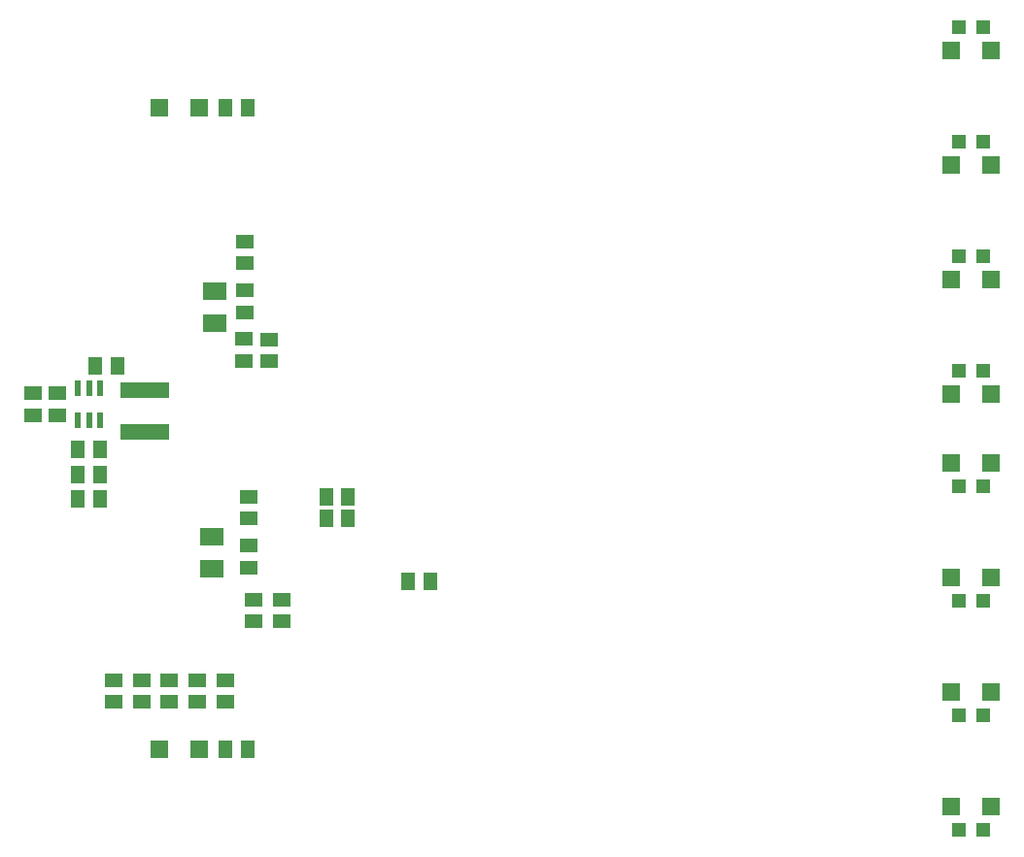
<source format=gbr>
G04 EAGLE Gerber RS-274X export*
G75*
%MOMM*%
%FSLAX34Y34*%
%LPD*%
%INSolderpaste Bottom*%
%IPPOS*%
%AMOC8*
5,1,8,0,0,1.08239X$1,22.5*%
G01*
%ADD10R,2.000000X1.600000*%
%ADD11R,1.500000X1.300000*%
%ADD12R,1.600000X1.300000*%
%ADD13R,1.200000X1.200000*%
%ADD14R,1.500000X1.500000*%
%ADD15R,0.550000X1.350000*%
%ADD16R,1.300000X1.500000*%
%ADD17R,4.200000X1.400000*%
%ADD18R,1.300000X1.600000*%


D10*
X200848Y521752D03*
X200848Y549752D03*
D11*
X226502Y508168D03*
X226502Y489168D03*
X248346Y507660D03*
X248346Y488660D03*
D10*
X198308Y307884D03*
X198308Y335884D03*
D12*
X227264Y593004D03*
X227264Y574004D03*
D11*
X227264Y550332D03*
X227264Y531332D03*
D12*
X230312Y370500D03*
X230312Y351500D03*
D11*
X230312Y327828D03*
X230312Y308828D03*
D13*
X849500Y80000D03*
X870500Y80000D03*
X849500Y180000D03*
X870500Y180000D03*
X849500Y280000D03*
X870500Y280000D03*
X849500Y380000D03*
X870500Y380000D03*
X849500Y480000D03*
X870500Y480000D03*
X849500Y580000D03*
X870500Y580000D03*
X849500Y680000D03*
X870500Y680000D03*
X849500Y780000D03*
X870500Y780000D03*
D14*
X877500Y100000D03*
X842500Y100000D03*
X877500Y200000D03*
X842500Y200000D03*
X877500Y300000D03*
X842500Y300000D03*
X877500Y400000D03*
X842500Y400000D03*
X877500Y560000D03*
X842500Y560000D03*
X877500Y660000D03*
X842500Y660000D03*
X877500Y760000D03*
X842500Y760000D03*
X877500Y460000D03*
X842500Y460000D03*
D11*
X185928Y210668D03*
X185928Y191668D03*
X210312Y210668D03*
X210312Y191668D03*
X112776Y210668D03*
X112776Y191668D03*
X161544Y210668D03*
X161544Y191668D03*
X137160Y210668D03*
X137160Y191668D03*
X259080Y280772D03*
X259080Y261772D03*
X234696Y280772D03*
X234696Y261772D03*
D15*
X100940Y437353D03*
X91440Y437353D03*
X81940Y437353D03*
X81940Y464855D03*
X91440Y464855D03*
X100940Y464855D03*
D16*
X97180Y484632D03*
X116180Y484632D03*
D11*
X42672Y460604D03*
X42672Y441604D03*
X64008Y460604D03*
X64008Y441604D03*
D16*
X81940Y411480D03*
X100940Y411480D03*
X81940Y368808D03*
X100940Y368808D03*
X81940Y390144D03*
X100940Y390144D03*
D17*
X140480Y463740D03*
X140480Y426740D03*
D14*
X152500Y150000D03*
X187500Y150000D03*
D18*
X210500Y150000D03*
X229500Y150000D03*
D14*
X152500Y710000D03*
X187500Y710000D03*
D18*
X210500Y710000D03*
X229500Y710000D03*
X388748Y296952D03*
X369748Y296952D03*
X298140Y351956D03*
X317140Y351956D03*
X298140Y370072D03*
X317140Y370072D03*
M02*

</source>
